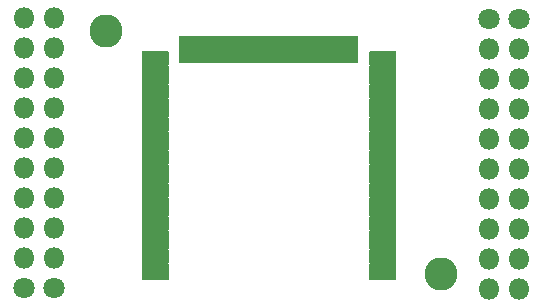
<source format=gts>
G04 #@! TF.GenerationSoftware,KiCad,Pcbnew,(5.1.10)-1*
G04 #@! TF.CreationDate,2021-10-06T11:05:37+02:00*
G04 #@! TF.ProjectId,ProtoBoard_v2.0,50726f74-6f42-46f6-9172-645f76322e30,rev?*
G04 #@! TF.SameCoordinates,Original*
G04 #@! TF.FileFunction,Soldermask,Top*
G04 #@! TF.FilePolarity,Negative*
%FSLAX46Y46*%
G04 Gerber Fmt 4.6, Leading zero omitted, Abs format (unit mm)*
G04 Created by KiCad (PCBNEW (5.1.10)-1) date 2021-10-06 11:05:37*
%MOMM*%
%LPD*%
G01*
G04 APERTURE LIST*
%ADD10C,1.802000*%
%ADD11O,1.802000X1.802000*%
%ADD12C,2.802000*%
%ADD13C,0.100000*%
G04 APERTURE END LIST*
D10*
X144322800Y-89611200D03*
D11*
X144322800Y-92151200D03*
X144322800Y-94691200D03*
X144322800Y-97231200D03*
X144322800Y-99771200D03*
X144322800Y-102311200D03*
X144322800Y-104851200D03*
X144322800Y-107391200D03*
X144322800Y-109931200D03*
X144322800Y-112471200D03*
X141782800Y-112471200D03*
X141782800Y-109931200D03*
X141782800Y-107391200D03*
X141782800Y-104851200D03*
X141782800Y-102311200D03*
X141782800Y-99771200D03*
X141782800Y-97231200D03*
X141782800Y-94691200D03*
X141782800Y-92151200D03*
D10*
X141782800Y-89611200D03*
D11*
X104914700Y-89514680D03*
X104914700Y-92054680D03*
X104914700Y-94594680D03*
X104914700Y-97134680D03*
X104914700Y-99674680D03*
X104914700Y-102214680D03*
X104914700Y-104754680D03*
X104914700Y-107294680D03*
X104914700Y-109834680D03*
D10*
X104914700Y-112374680D03*
X102362000Y-112369600D03*
D11*
X102362000Y-109829600D03*
X102362000Y-107289600D03*
X102362000Y-104749600D03*
X102362000Y-102209600D03*
X102362000Y-99669600D03*
X102362000Y-97129600D03*
X102362000Y-94589600D03*
X102362000Y-92049600D03*
X102362000Y-89509600D03*
D12*
X137693400Y-111226600D03*
X109347000Y-90627200D03*
G36*
G01*
X112353980Y-93506380D02*
X112353980Y-92406380D01*
G75*
G02*
X112404980Y-92355380I51000J0D01*
G01*
X114604980Y-92355380D01*
G75*
G02*
X114655980Y-92406380I0J-51000D01*
G01*
X114655980Y-93506380D01*
G75*
G02*
X114604980Y-93557380I-51000J0D01*
G01*
X112404980Y-93557380D01*
G75*
G02*
X112353980Y-93506380I0J51000D01*
G01*
G37*
G36*
G01*
X112353980Y-94903380D02*
X112353980Y-93803380D01*
G75*
G02*
X112404980Y-93752380I51000J0D01*
G01*
X114604980Y-93752380D01*
G75*
G02*
X114655980Y-93803380I0J-51000D01*
G01*
X114655980Y-94903380D01*
G75*
G02*
X114604980Y-94954380I-51000J0D01*
G01*
X112404980Y-94954380D01*
G75*
G02*
X112353980Y-94903380I0J51000D01*
G01*
G37*
G36*
G01*
X112353980Y-96300380D02*
X112353980Y-95200380D01*
G75*
G02*
X112404980Y-95149380I51000J0D01*
G01*
X114604980Y-95149380D01*
G75*
G02*
X114655980Y-95200380I0J-51000D01*
G01*
X114655980Y-96300380D01*
G75*
G02*
X114604980Y-96351380I-51000J0D01*
G01*
X112404980Y-96351380D01*
G75*
G02*
X112353980Y-96300380I0J51000D01*
G01*
G37*
G36*
G01*
X112353980Y-97697380D02*
X112353980Y-96597380D01*
G75*
G02*
X112404980Y-96546380I51000J0D01*
G01*
X114604980Y-96546380D01*
G75*
G02*
X114655980Y-96597380I0J-51000D01*
G01*
X114655980Y-97697380D01*
G75*
G02*
X114604980Y-97748380I-51000J0D01*
G01*
X112404980Y-97748380D01*
G75*
G02*
X112353980Y-97697380I0J51000D01*
G01*
G37*
G36*
G01*
X112353980Y-99094380D02*
X112353980Y-97994380D01*
G75*
G02*
X112404980Y-97943380I51000J0D01*
G01*
X114604980Y-97943380D01*
G75*
G02*
X114655980Y-97994380I0J-51000D01*
G01*
X114655980Y-99094380D01*
G75*
G02*
X114604980Y-99145380I-51000J0D01*
G01*
X112404980Y-99145380D01*
G75*
G02*
X112353980Y-99094380I0J51000D01*
G01*
G37*
G36*
G01*
X112353980Y-101888380D02*
X112353980Y-100788380D01*
G75*
G02*
X112404980Y-100737380I51000J0D01*
G01*
X114604980Y-100737380D01*
G75*
G02*
X114655980Y-100788380I0J-51000D01*
G01*
X114655980Y-101888380D01*
G75*
G02*
X114604980Y-101939380I-51000J0D01*
G01*
X112404980Y-101939380D01*
G75*
G02*
X112353980Y-101888380I0J51000D01*
G01*
G37*
G36*
G01*
X112353980Y-103285380D02*
X112353980Y-102185380D01*
G75*
G02*
X112404980Y-102134380I51000J0D01*
G01*
X114604980Y-102134380D01*
G75*
G02*
X114655980Y-102185380I0J-51000D01*
G01*
X114655980Y-103285380D01*
G75*
G02*
X114604980Y-103336380I-51000J0D01*
G01*
X112404980Y-103336380D01*
G75*
G02*
X112353980Y-103285380I0J51000D01*
G01*
G37*
G36*
G01*
X112353980Y-100491380D02*
X112353980Y-99391380D01*
G75*
G02*
X112404980Y-99340380I51000J0D01*
G01*
X114604980Y-99340380D01*
G75*
G02*
X114655980Y-99391380I0J-51000D01*
G01*
X114655980Y-100491380D01*
G75*
G02*
X114604980Y-100542380I-51000J0D01*
G01*
X112404980Y-100542380D01*
G75*
G02*
X112353980Y-100491380I0J51000D01*
G01*
G37*
G36*
G01*
X112353980Y-104682380D02*
X112353980Y-103582380D01*
G75*
G02*
X112404980Y-103531380I51000J0D01*
G01*
X114604980Y-103531380D01*
G75*
G02*
X114655980Y-103582380I0J-51000D01*
G01*
X114655980Y-104682380D01*
G75*
G02*
X114604980Y-104733380I-51000J0D01*
G01*
X112404980Y-104733380D01*
G75*
G02*
X112353980Y-104682380I0J51000D01*
G01*
G37*
G36*
G01*
X112353980Y-107476380D02*
X112353980Y-106376380D01*
G75*
G02*
X112404980Y-106325380I51000J0D01*
G01*
X114604980Y-106325380D01*
G75*
G02*
X114655980Y-106376380I0J-51000D01*
G01*
X114655980Y-107476380D01*
G75*
G02*
X114604980Y-107527380I-51000J0D01*
G01*
X112404980Y-107527380D01*
G75*
G02*
X112353980Y-107476380I0J51000D01*
G01*
G37*
G36*
G01*
X112353980Y-108873380D02*
X112353980Y-107773380D01*
G75*
G02*
X112404980Y-107722380I51000J0D01*
G01*
X114604980Y-107722380D01*
G75*
G02*
X114655980Y-107773380I0J-51000D01*
G01*
X114655980Y-108873380D01*
G75*
G02*
X114604980Y-108924380I-51000J0D01*
G01*
X112404980Y-108924380D01*
G75*
G02*
X112353980Y-108873380I0J51000D01*
G01*
G37*
G36*
G01*
X112353980Y-106079380D02*
X112353980Y-104979380D01*
G75*
G02*
X112404980Y-104928380I51000J0D01*
G01*
X114604980Y-104928380D01*
G75*
G02*
X114655980Y-104979380I0J-51000D01*
G01*
X114655980Y-106079380D01*
G75*
G02*
X114604980Y-106130380I-51000J0D01*
G01*
X112404980Y-106130380D01*
G75*
G02*
X112353980Y-106079380I0J51000D01*
G01*
G37*
G36*
G01*
X112353980Y-111667380D02*
X112353980Y-110567380D01*
G75*
G02*
X112404980Y-110516380I51000J0D01*
G01*
X114604980Y-110516380D01*
G75*
G02*
X114655980Y-110567380I0J-51000D01*
G01*
X114655980Y-111667380D01*
G75*
G02*
X114604980Y-111718380I-51000J0D01*
G01*
X112404980Y-111718380D01*
G75*
G02*
X112353980Y-111667380I0J51000D01*
G01*
G37*
G36*
G01*
X112353980Y-110270380D02*
X112353980Y-109170380D01*
G75*
G02*
X112404980Y-109119380I51000J0D01*
G01*
X114604980Y-109119380D01*
G75*
G02*
X114655980Y-109170380I0J-51000D01*
G01*
X114655980Y-110270380D01*
G75*
G02*
X114604980Y-110321380I-51000J0D01*
G01*
X112404980Y-110321380D01*
G75*
G02*
X112353980Y-110270380I0J51000D01*
G01*
G37*
G36*
G01*
X131632580Y-93506380D02*
X131632580Y-92406380D01*
G75*
G02*
X131683580Y-92355380I51000J0D01*
G01*
X133883580Y-92355380D01*
G75*
G02*
X133934580Y-92406380I0J-51000D01*
G01*
X133934580Y-93506380D01*
G75*
G02*
X133883580Y-93557380I-51000J0D01*
G01*
X131683580Y-93557380D01*
G75*
G02*
X131632580Y-93506380I0J51000D01*
G01*
G37*
G36*
G01*
X131632580Y-106079380D02*
X131632580Y-104979380D01*
G75*
G02*
X131683580Y-104928380I51000J0D01*
G01*
X133883580Y-104928380D01*
G75*
G02*
X133934580Y-104979380I0J-51000D01*
G01*
X133934580Y-106079380D01*
G75*
G02*
X133883580Y-106130380I-51000J0D01*
G01*
X131683580Y-106130380D01*
G75*
G02*
X131632580Y-106079380I0J51000D01*
G01*
G37*
G36*
G01*
X131632580Y-108873380D02*
X131632580Y-107773380D01*
G75*
G02*
X131683580Y-107722380I51000J0D01*
G01*
X133883580Y-107722380D01*
G75*
G02*
X133934580Y-107773380I0J-51000D01*
G01*
X133934580Y-108873380D01*
G75*
G02*
X133883580Y-108924380I-51000J0D01*
G01*
X131683580Y-108924380D01*
G75*
G02*
X131632580Y-108873380I0J51000D01*
G01*
G37*
G36*
G01*
X131632580Y-107476380D02*
X131632580Y-106376380D01*
G75*
G02*
X131683580Y-106325380I51000J0D01*
G01*
X133883580Y-106325380D01*
G75*
G02*
X133934580Y-106376380I0J-51000D01*
G01*
X133934580Y-107476380D01*
G75*
G02*
X133883580Y-107527380I-51000J0D01*
G01*
X131683580Y-107527380D01*
G75*
G02*
X131632580Y-107476380I0J51000D01*
G01*
G37*
G36*
G01*
X131632580Y-104682380D02*
X131632580Y-103582380D01*
G75*
G02*
X131683580Y-103531380I51000J0D01*
G01*
X133883580Y-103531380D01*
G75*
G02*
X133934580Y-103582380I0J-51000D01*
G01*
X133934580Y-104682380D01*
G75*
G02*
X133883580Y-104733380I-51000J0D01*
G01*
X131683580Y-104733380D01*
G75*
G02*
X131632580Y-104682380I0J51000D01*
G01*
G37*
G36*
G01*
X131632580Y-111667380D02*
X131632580Y-110567380D01*
G75*
G02*
X131683580Y-110516380I51000J0D01*
G01*
X133883580Y-110516380D01*
G75*
G02*
X133934580Y-110567380I0J-51000D01*
G01*
X133934580Y-111667380D01*
G75*
G02*
X133883580Y-111718380I-51000J0D01*
G01*
X131683580Y-111718380D01*
G75*
G02*
X131632580Y-111667380I0J51000D01*
G01*
G37*
G36*
G01*
X131632580Y-110270380D02*
X131632580Y-109170380D01*
G75*
G02*
X131683580Y-109119380I51000J0D01*
G01*
X133883580Y-109119380D01*
G75*
G02*
X133934580Y-109170380I0J-51000D01*
G01*
X133934580Y-110270380D01*
G75*
G02*
X133883580Y-110321380I-51000J0D01*
G01*
X131683580Y-110321380D01*
G75*
G02*
X131632580Y-110270380I0J51000D01*
G01*
G37*
G36*
G01*
X131632580Y-96300380D02*
X131632580Y-95200380D01*
G75*
G02*
X131683580Y-95149380I51000J0D01*
G01*
X133883580Y-95149380D01*
G75*
G02*
X133934580Y-95200380I0J-51000D01*
G01*
X133934580Y-96300380D01*
G75*
G02*
X133883580Y-96351380I-51000J0D01*
G01*
X131683580Y-96351380D01*
G75*
G02*
X131632580Y-96300380I0J51000D01*
G01*
G37*
G36*
G01*
X131632580Y-97697380D02*
X131632580Y-96597380D01*
G75*
G02*
X131683580Y-96546380I51000J0D01*
G01*
X133883580Y-96546380D01*
G75*
G02*
X133934580Y-96597380I0J-51000D01*
G01*
X133934580Y-97697380D01*
G75*
G02*
X133883580Y-97748380I-51000J0D01*
G01*
X131683580Y-97748380D01*
G75*
G02*
X131632580Y-97697380I0J51000D01*
G01*
G37*
G36*
G01*
X131632580Y-100491380D02*
X131632580Y-99391380D01*
G75*
G02*
X131683580Y-99340380I51000J0D01*
G01*
X133883580Y-99340380D01*
G75*
G02*
X133934580Y-99391380I0J-51000D01*
G01*
X133934580Y-100491380D01*
G75*
G02*
X133883580Y-100542380I-51000J0D01*
G01*
X131683580Y-100542380D01*
G75*
G02*
X131632580Y-100491380I0J51000D01*
G01*
G37*
G36*
G01*
X131632580Y-103285380D02*
X131632580Y-102185380D01*
G75*
G02*
X131683580Y-102134380I51000J0D01*
G01*
X133883580Y-102134380D01*
G75*
G02*
X133934580Y-102185380I0J-51000D01*
G01*
X133934580Y-103285380D01*
G75*
G02*
X133883580Y-103336380I-51000J0D01*
G01*
X131683580Y-103336380D01*
G75*
G02*
X131632580Y-103285380I0J51000D01*
G01*
G37*
G36*
G01*
X131632580Y-101888380D02*
X131632580Y-100788380D01*
G75*
G02*
X131683580Y-100737380I51000J0D01*
G01*
X133883580Y-100737380D01*
G75*
G02*
X133934580Y-100788380I0J-51000D01*
G01*
X133934580Y-101888380D01*
G75*
G02*
X133883580Y-101939380I-51000J0D01*
G01*
X131683580Y-101939380D01*
G75*
G02*
X131632580Y-101888380I0J51000D01*
G01*
G37*
G36*
G01*
X131632580Y-99094380D02*
X131632580Y-97994380D01*
G75*
G02*
X131683580Y-97943380I51000J0D01*
G01*
X133883580Y-97943380D01*
G75*
G02*
X133934580Y-97994380I0J-51000D01*
G01*
X133934580Y-99094380D01*
G75*
G02*
X133883580Y-99145380I-51000J0D01*
G01*
X131683580Y-99145380D01*
G75*
G02*
X131632580Y-99094380I0J51000D01*
G01*
G37*
G36*
G01*
X131632580Y-94903380D02*
X131632580Y-93803380D01*
G75*
G02*
X131683580Y-93752380I51000J0D01*
G01*
X133883580Y-93752380D01*
G75*
G02*
X133934580Y-93803380I0J-51000D01*
G01*
X133934580Y-94903380D01*
G75*
G02*
X133883580Y-94954380I-51000J0D01*
G01*
X131683580Y-94954380D01*
G75*
G02*
X131632580Y-94903380I0J51000D01*
G01*
G37*
G36*
G01*
X119490580Y-93345380D02*
X118390580Y-93345380D01*
G75*
G02*
X118339580Y-93294380I0J51000D01*
G01*
X118339580Y-91094380D01*
G75*
G02*
X118390580Y-91043380I51000J0D01*
G01*
X119490580Y-91043380D01*
G75*
G02*
X119541580Y-91094380I0J-51000D01*
G01*
X119541580Y-93294380D01*
G75*
G02*
X119490580Y-93345380I-51000J0D01*
G01*
G37*
G36*
G01*
X126475580Y-93345380D02*
X125375580Y-93345380D01*
G75*
G02*
X125324580Y-93294380I0J51000D01*
G01*
X125324580Y-91094380D01*
G75*
G02*
X125375580Y-91043380I51000J0D01*
G01*
X126475580Y-91043380D01*
G75*
G02*
X126526580Y-91094380I0J-51000D01*
G01*
X126526580Y-93294380D01*
G75*
G02*
X126475580Y-93345380I-51000J0D01*
G01*
G37*
G36*
G01*
X122284580Y-93345380D02*
X121184580Y-93345380D01*
G75*
G02*
X121133580Y-93294380I0J51000D01*
G01*
X121133580Y-91094380D01*
G75*
G02*
X121184580Y-91043380I51000J0D01*
G01*
X122284580Y-91043380D01*
G75*
G02*
X122335580Y-91094380I0J-51000D01*
G01*
X122335580Y-93294380D01*
G75*
G02*
X122284580Y-93345380I-51000J0D01*
G01*
G37*
G36*
G01*
X123681580Y-93345380D02*
X122581580Y-93345380D01*
G75*
G02*
X122530580Y-93294380I0J51000D01*
G01*
X122530580Y-91094380D01*
G75*
G02*
X122581580Y-91043380I51000J0D01*
G01*
X123681580Y-91043380D01*
G75*
G02*
X123732580Y-91094380I0J-51000D01*
G01*
X123732580Y-93294380D01*
G75*
G02*
X123681580Y-93345380I-51000J0D01*
G01*
G37*
G36*
G01*
X125078580Y-93345380D02*
X123978580Y-93345380D01*
G75*
G02*
X123927580Y-93294380I0J51000D01*
G01*
X123927580Y-91094380D01*
G75*
G02*
X123978580Y-91043380I51000J0D01*
G01*
X125078580Y-91043380D01*
G75*
G02*
X125129580Y-91094380I0J-51000D01*
G01*
X125129580Y-93294380D01*
G75*
G02*
X125078580Y-93345380I-51000J0D01*
G01*
G37*
G36*
G01*
X129269580Y-93345380D02*
X128169580Y-93345380D01*
G75*
G02*
X128118580Y-93294380I0J51000D01*
G01*
X128118580Y-91094380D01*
G75*
G02*
X128169580Y-91043380I51000J0D01*
G01*
X129269580Y-91043380D01*
G75*
G02*
X129320580Y-91094380I0J-51000D01*
G01*
X129320580Y-93294380D01*
G75*
G02*
X129269580Y-93345380I-51000J0D01*
G01*
G37*
G36*
G01*
X120887580Y-93345380D02*
X119787580Y-93345380D01*
G75*
G02*
X119736580Y-93294380I0J51000D01*
G01*
X119736580Y-91094380D01*
G75*
G02*
X119787580Y-91043380I51000J0D01*
G01*
X120887580Y-91043380D01*
G75*
G02*
X120938580Y-91094380I0J-51000D01*
G01*
X120938580Y-93294380D01*
G75*
G02*
X120887580Y-93345380I-51000J0D01*
G01*
G37*
G36*
G01*
X116696580Y-93345380D02*
X115596580Y-93345380D01*
G75*
G02*
X115545580Y-93294380I0J51000D01*
G01*
X115545580Y-91094380D01*
G75*
G02*
X115596580Y-91043380I51000J0D01*
G01*
X116696580Y-91043380D01*
G75*
G02*
X116747580Y-91094380I0J-51000D01*
G01*
X116747580Y-93294380D01*
G75*
G02*
X116696580Y-93345380I-51000J0D01*
G01*
G37*
G36*
G01*
X118093580Y-93345380D02*
X116993580Y-93345380D01*
G75*
G02*
X116942580Y-93294380I0J51000D01*
G01*
X116942580Y-91094380D01*
G75*
G02*
X116993580Y-91043380I51000J0D01*
G01*
X118093580Y-91043380D01*
G75*
G02*
X118144580Y-91094380I0J-51000D01*
G01*
X118144580Y-93294380D01*
G75*
G02*
X118093580Y-93345380I-51000J0D01*
G01*
G37*
G36*
G01*
X130666580Y-93345380D02*
X129566580Y-93345380D01*
G75*
G02*
X129515580Y-93294380I0J51000D01*
G01*
X129515580Y-91094380D01*
G75*
G02*
X129566580Y-91043380I51000J0D01*
G01*
X130666580Y-91043380D01*
G75*
G02*
X130717580Y-91094380I0J-51000D01*
G01*
X130717580Y-93294380D01*
G75*
G02*
X130666580Y-93345380I-51000J0D01*
G01*
G37*
G36*
G01*
X127872580Y-93345380D02*
X126772580Y-93345380D01*
G75*
G02*
X126721580Y-93294380I0J51000D01*
G01*
X126721580Y-91094380D01*
G75*
G02*
X126772580Y-91043380I51000J0D01*
G01*
X127872580Y-91043380D01*
G75*
G02*
X127923580Y-91094380I0J-51000D01*
G01*
X127923580Y-93294380D01*
G75*
G02*
X127872580Y-93345380I-51000J0D01*
G01*
G37*
D13*
G36*
X114657712Y-110320380D02*
G01*
X114657980Y-110321380D01*
X114657980Y-110516380D01*
X114656980Y-110518112D01*
X114655980Y-110518380D01*
X112353980Y-110518380D01*
X112352248Y-110517380D01*
X112351980Y-110516380D01*
X112351980Y-110321380D01*
X112352980Y-110319648D01*
X112353980Y-110319380D01*
X114655980Y-110319380D01*
X114657712Y-110320380D01*
G37*
G36*
X133936312Y-110320380D02*
G01*
X133936580Y-110321380D01*
X133936580Y-110516380D01*
X133935580Y-110518112D01*
X133934580Y-110518380D01*
X131632580Y-110518380D01*
X131630848Y-110517380D01*
X131630580Y-110516380D01*
X131630580Y-110321380D01*
X131631580Y-110319648D01*
X131632580Y-110319380D01*
X133934580Y-110319380D01*
X133936312Y-110320380D01*
G37*
G36*
X133936312Y-108923380D02*
G01*
X133936580Y-108924380D01*
X133936580Y-109119380D01*
X133935580Y-109121112D01*
X133934580Y-109121380D01*
X131632580Y-109121380D01*
X131630848Y-109120380D01*
X131630580Y-109119380D01*
X131630580Y-108924380D01*
X131631580Y-108922648D01*
X131632580Y-108922380D01*
X133934580Y-108922380D01*
X133936312Y-108923380D01*
G37*
G36*
X114657712Y-108923380D02*
G01*
X114657980Y-108924380D01*
X114657980Y-109119380D01*
X114656980Y-109121112D01*
X114655980Y-109121380D01*
X112353980Y-109121380D01*
X112352248Y-109120380D01*
X112351980Y-109119380D01*
X112351980Y-108924380D01*
X112352980Y-108922648D01*
X112353980Y-108922380D01*
X114655980Y-108922380D01*
X114657712Y-108923380D01*
G37*
G36*
X114657712Y-107526380D02*
G01*
X114657980Y-107527380D01*
X114657980Y-107722380D01*
X114656980Y-107724112D01*
X114655980Y-107724380D01*
X112353980Y-107724380D01*
X112352248Y-107723380D01*
X112351980Y-107722380D01*
X112351980Y-107527380D01*
X112352980Y-107525648D01*
X112353980Y-107525380D01*
X114655980Y-107525380D01*
X114657712Y-107526380D01*
G37*
G36*
X133936312Y-107526380D02*
G01*
X133936580Y-107527380D01*
X133936580Y-107722380D01*
X133935580Y-107724112D01*
X133934580Y-107724380D01*
X131632580Y-107724380D01*
X131630848Y-107723380D01*
X131630580Y-107722380D01*
X131630580Y-107527380D01*
X131631580Y-107525648D01*
X131632580Y-107525380D01*
X133934580Y-107525380D01*
X133936312Y-107526380D01*
G37*
G36*
X133936312Y-106129380D02*
G01*
X133936580Y-106130380D01*
X133936580Y-106325380D01*
X133935580Y-106327112D01*
X133934580Y-106327380D01*
X131632580Y-106327380D01*
X131630848Y-106326380D01*
X131630580Y-106325380D01*
X131630580Y-106130380D01*
X131631580Y-106128648D01*
X131632580Y-106128380D01*
X133934580Y-106128380D01*
X133936312Y-106129380D01*
G37*
G36*
X114657712Y-106129380D02*
G01*
X114657980Y-106130380D01*
X114657980Y-106325380D01*
X114656980Y-106327112D01*
X114655980Y-106327380D01*
X112353980Y-106327380D01*
X112352248Y-106326380D01*
X112351980Y-106325380D01*
X112351980Y-106130380D01*
X112352980Y-106128648D01*
X112353980Y-106128380D01*
X114655980Y-106128380D01*
X114657712Y-106129380D01*
G37*
G36*
X114657712Y-104732380D02*
G01*
X114657980Y-104733380D01*
X114657980Y-104928380D01*
X114656980Y-104930112D01*
X114655980Y-104930380D01*
X112353980Y-104930380D01*
X112352248Y-104929380D01*
X112351980Y-104928380D01*
X112351980Y-104733380D01*
X112352980Y-104731648D01*
X112353980Y-104731380D01*
X114655980Y-104731380D01*
X114657712Y-104732380D01*
G37*
G36*
X133936312Y-104732380D02*
G01*
X133936580Y-104733380D01*
X133936580Y-104928380D01*
X133935580Y-104930112D01*
X133934580Y-104930380D01*
X131632580Y-104930380D01*
X131630848Y-104929380D01*
X131630580Y-104928380D01*
X131630580Y-104733380D01*
X131631580Y-104731648D01*
X131632580Y-104731380D01*
X133934580Y-104731380D01*
X133936312Y-104732380D01*
G37*
G36*
X133936312Y-103335380D02*
G01*
X133936580Y-103336380D01*
X133936580Y-103531380D01*
X133935580Y-103533112D01*
X133934580Y-103533380D01*
X131632580Y-103533380D01*
X131630848Y-103532380D01*
X131630580Y-103531380D01*
X131630580Y-103336380D01*
X131631580Y-103334648D01*
X131632580Y-103334380D01*
X133934580Y-103334380D01*
X133936312Y-103335380D01*
G37*
G36*
X114657712Y-103335380D02*
G01*
X114657980Y-103336380D01*
X114657980Y-103531380D01*
X114656980Y-103533112D01*
X114655980Y-103533380D01*
X112353980Y-103533380D01*
X112352248Y-103532380D01*
X112351980Y-103531380D01*
X112351980Y-103336380D01*
X112352980Y-103334648D01*
X112353980Y-103334380D01*
X114655980Y-103334380D01*
X114657712Y-103335380D01*
G37*
G36*
X133936312Y-101938380D02*
G01*
X133936580Y-101939380D01*
X133936580Y-102134380D01*
X133935580Y-102136112D01*
X133934580Y-102136380D01*
X131632580Y-102136380D01*
X131630848Y-102135380D01*
X131630580Y-102134380D01*
X131630580Y-101939380D01*
X131631580Y-101937648D01*
X131632580Y-101937380D01*
X133934580Y-101937380D01*
X133936312Y-101938380D01*
G37*
G36*
X114657712Y-101938380D02*
G01*
X114657980Y-101939380D01*
X114657980Y-102134380D01*
X114656980Y-102136112D01*
X114655980Y-102136380D01*
X112353980Y-102136380D01*
X112352248Y-102135380D01*
X112351980Y-102134380D01*
X112351980Y-101939380D01*
X112352980Y-101937648D01*
X112353980Y-101937380D01*
X114655980Y-101937380D01*
X114657712Y-101938380D01*
G37*
G36*
X114657712Y-100541380D02*
G01*
X114657980Y-100542380D01*
X114657980Y-100737380D01*
X114656980Y-100739112D01*
X114655980Y-100739380D01*
X112353980Y-100739380D01*
X112352248Y-100738380D01*
X112351980Y-100737380D01*
X112351980Y-100542380D01*
X112352980Y-100540648D01*
X112353980Y-100540380D01*
X114655980Y-100540380D01*
X114657712Y-100541380D01*
G37*
G36*
X133936312Y-100541380D02*
G01*
X133936580Y-100542380D01*
X133936580Y-100737380D01*
X133935580Y-100739112D01*
X133934580Y-100739380D01*
X131632580Y-100739380D01*
X131630848Y-100738380D01*
X131630580Y-100737380D01*
X131630580Y-100542380D01*
X131631580Y-100540648D01*
X131632580Y-100540380D01*
X133934580Y-100540380D01*
X133936312Y-100541380D01*
G37*
G36*
X114657712Y-99144380D02*
G01*
X114657980Y-99145380D01*
X114657980Y-99340380D01*
X114656980Y-99342112D01*
X114655980Y-99342380D01*
X112353980Y-99342380D01*
X112352248Y-99341380D01*
X112351980Y-99340380D01*
X112351980Y-99145380D01*
X112352980Y-99143648D01*
X112353980Y-99143380D01*
X114655980Y-99143380D01*
X114657712Y-99144380D01*
G37*
G36*
X133936312Y-99144380D02*
G01*
X133936580Y-99145380D01*
X133936580Y-99340380D01*
X133935580Y-99342112D01*
X133934580Y-99342380D01*
X131632580Y-99342380D01*
X131630848Y-99341380D01*
X131630580Y-99340380D01*
X131630580Y-99145380D01*
X131631580Y-99143648D01*
X131632580Y-99143380D01*
X133934580Y-99143380D01*
X133936312Y-99144380D01*
G37*
G36*
X114657712Y-97747380D02*
G01*
X114657980Y-97748380D01*
X114657980Y-97943380D01*
X114656980Y-97945112D01*
X114655980Y-97945380D01*
X112353980Y-97945380D01*
X112352248Y-97944380D01*
X112351980Y-97943380D01*
X112351980Y-97748380D01*
X112352980Y-97746648D01*
X112353980Y-97746380D01*
X114655980Y-97746380D01*
X114657712Y-97747380D01*
G37*
G36*
X133936312Y-97747380D02*
G01*
X133936580Y-97748380D01*
X133936580Y-97943380D01*
X133935580Y-97945112D01*
X133934580Y-97945380D01*
X131632580Y-97945380D01*
X131630848Y-97944380D01*
X131630580Y-97943380D01*
X131630580Y-97748380D01*
X131631580Y-97746648D01*
X131632580Y-97746380D01*
X133934580Y-97746380D01*
X133936312Y-97747380D01*
G37*
G36*
X133936312Y-96350380D02*
G01*
X133936580Y-96351380D01*
X133936580Y-96546380D01*
X133935580Y-96548112D01*
X133934580Y-96548380D01*
X131632580Y-96548380D01*
X131630848Y-96547380D01*
X131630580Y-96546380D01*
X131630580Y-96351380D01*
X131631580Y-96349648D01*
X131632580Y-96349380D01*
X133934580Y-96349380D01*
X133936312Y-96350380D01*
G37*
G36*
X114657712Y-96350380D02*
G01*
X114657980Y-96351380D01*
X114657980Y-96546380D01*
X114656980Y-96548112D01*
X114655980Y-96548380D01*
X112353980Y-96548380D01*
X112352248Y-96547380D01*
X112351980Y-96546380D01*
X112351980Y-96351380D01*
X112352980Y-96349648D01*
X112353980Y-96349380D01*
X114655980Y-96349380D01*
X114657712Y-96350380D01*
G37*
G36*
X133936312Y-94953380D02*
G01*
X133936580Y-94954380D01*
X133936580Y-95149380D01*
X133935580Y-95151112D01*
X133934580Y-95151380D01*
X131632580Y-95151380D01*
X131630848Y-95150380D01*
X131630580Y-95149380D01*
X131630580Y-94954380D01*
X131631580Y-94952648D01*
X131632580Y-94952380D01*
X133934580Y-94952380D01*
X133936312Y-94953380D01*
G37*
G36*
X114657712Y-94953380D02*
G01*
X114657980Y-94954380D01*
X114657980Y-95149380D01*
X114656980Y-95151112D01*
X114655980Y-95151380D01*
X112353980Y-95151380D01*
X112352248Y-95150380D01*
X112351980Y-95149380D01*
X112351980Y-94954380D01*
X112352980Y-94952648D01*
X112353980Y-94952380D01*
X114655980Y-94952380D01*
X114657712Y-94953380D01*
G37*
G36*
X133936312Y-93556380D02*
G01*
X133936580Y-93557380D01*
X133936580Y-93752380D01*
X133935580Y-93754112D01*
X133934580Y-93754380D01*
X131632580Y-93754380D01*
X131630848Y-93753380D01*
X131630580Y-93752380D01*
X131630580Y-93557380D01*
X131631580Y-93555648D01*
X131632580Y-93555380D01*
X133934580Y-93555380D01*
X133936312Y-93556380D01*
G37*
G36*
X114657712Y-93556380D02*
G01*
X114657980Y-93557380D01*
X114657980Y-93752380D01*
X114656980Y-93754112D01*
X114655980Y-93754380D01*
X112353980Y-93754380D01*
X112352248Y-93753380D01*
X112351980Y-93752380D01*
X112351980Y-93557380D01*
X112352980Y-93555648D01*
X112353980Y-93555380D01*
X114655980Y-93555380D01*
X114657712Y-93556380D01*
G37*
G36*
X129517312Y-91042380D02*
G01*
X129517580Y-91043380D01*
X129517580Y-93345380D01*
X129516580Y-93347112D01*
X129515580Y-93347380D01*
X129320580Y-93347380D01*
X129318848Y-93346380D01*
X129318580Y-93345380D01*
X129318580Y-91043380D01*
X129319580Y-91041648D01*
X129320580Y-91041380D01*
X129515580Y-91041380D01*
X129517312Y-91042380D01*
G37*
G36*
X128120312Y-91042380D02*
G01*
X128120580Y-91043380D01*
X128120580Y-93345380D01*
X128119580Y-93347112D01*
X128118580Y-93347380D01*
X127923580Y-93347380D01*
X127921848Y-93346380D01*
X127921580Y-93345380D01*
X127921580Y-91043380D01*
X127922580Y-91041648D01*
X127923580Y-91041380D01*
X128118580Y-91041380D01*
X128120312Y-91042380D01*
G37*
G36*
X126723312Y-91042380D02*
G01*
X126723580Y-91043380D01*
X126723580Y-93345380D01*
X126722580Y-93347112D01*
X126721580Y-93347380D01*
X126526580Y-93347380D01*
X126524848Y-93346380D01*
X126524580Y-93345380D01*
X126524580Y-91043380D01*
X126525580Y-91041648D01*
X126526580Y-91041380D01*
X126721580Y-91041380D01*
X126723312Y-91042380D01*
G37*
G36*
X125326312Y-91042380D02*
G01*
X125326580Y-91043380D01*
X125326580Y-93345380D01*
X125325580Y-93347112D01*
X125324580Y-93347380D01*
X125129580Y-93347380D01*
X125127848Y-93346380D01*
X125127580Y-93345380D01*
X125127580Y-91043380D01*
X125128580Y-91041648D01*
X125129580Y-91041380D01*
X125324580Y-91041380D01*
X125326312Y-91042380D01*
G37*
G36*
X123929312Y-91042380D02*
G01*
X123929580Y-91043380D01*
X123929580Y-93345380D01*
X123928580Y-93347112D01*
X123927580Y-93347380D01*
X123732580Y-93347380D01*
X123730848Y-93346380D01*
X123730580Y-93345380D01*
X123730580Y-91043380D01*
X123731580Y-91041648D01*
X123732580Y-91041380D01*
X123927580Y-91041380D01*
X123929312Y-91042380D01*
G37*
G36*
X122532312Y-91042380D02*
G01*
X122532580Y-91043380D01*
X122532580Y-93345380D01*
X122531580Y-93347112D01*
X122530580Y-93347380D01*
X122335580Y-93347380D01*
X122333848Y-93346380D01*
X122333580Y-93345380D01*
X122333580Y-91043380D01*
X122334580Y-91041648D01*
X122335580Y-91041380D01*
X122530580Y-91041380D01*
X122532312Y-91042380D01*
G37*
G36*
X121135312Y-91042380D02*
G01*
X121135580Y-91043380D01*
X121135580Y-93345380D01*
X121134580Y-93347112D01*
X121133580Y-93347380D01*
X120938580Y-93347380D01*
X120936848Y-93346380D01*
X120936580Y-93345380D01*
X120936580Y-91043380D01*
X120937580Y-91041648D01*
X120938580Y-91041380D01*
X121133580Y-91041380D01*
X121135312Y-91042380D01*
G37*
G36*
X119738312Y-91042380D02*
G01*
X119738580Y-91043380D01*
X119738580Y-93345380D01*
X119737580Y-93347112D01*
X119736580Y-93347380D01*
X119541580Y-93347380D01*
X119539848Y-93346380D01*
X119539580Y-93345380D01*
X119539580Y-91043380D01*
X119540580Y-91041648D01*
X119541580Y-91041380D01*
X119736580Y-91041380D01*
X119738312Y-91042380D01*
G37*
G36*
X118341312Y-91042380D02*
G01*
X118341580Y-91043380D01*
X118341580Y-93345380D01*
X118340580Y-93347112D01*
X118339580Y-93347380D01*
X118144580Y-93347380D01*
X118142848Y-93346380D01*
X118142580Y-93345380D01*
X118142580Y-91043380D01*
X118143580Y-91041648D01*
X118144580Y-91041380D01*
X118339580Y-91041380D01*
X118341312Y-91042380D01*
G37*
G36*
X116944312Y-91042380D02*
G01*
X116944580Y-91043380D01*
X116944580Y-93345380D01*
X116943580Y-93347112D01*
X116942580Y-93347380D01*
X116747580Y-93347380D01*
X116745848Y-93346380D01*
X116745580Y-93345380D01*
X116745580Y-91043380D01*
X116746580Y-91041648D01*
X116747580Y-91041380D01*
X116942580Y-91041380D01*
X116944312Y-91042380D01*
G37*
M02*

</source>
